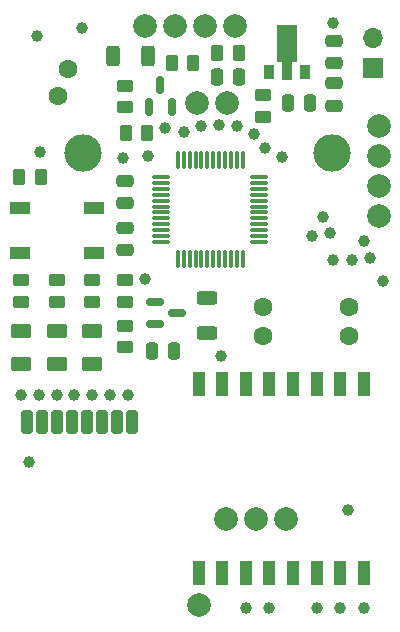
<source format=gts>
%TF.GenerationSoftware,KiCad,Pcbnew,6.0.11-2627ca5db0~126~ubuntu22.04.1*%
%TF.CreationDate,2023-02-10T03:37:06+05:30*%
%TF.ProjectId,thermal_sampler,74686572-6d61-46c5-9f73-616d706c6572,rev?*%
%TF.SameCoordinates,Original*%
%TF.FileFunction,Soldermask,Top*%
%TF.FilePolarity,Negative*%
%FSLAX46Y46*%
G04 Gerber Fmt 4.6, Leading zero omitted, Abs format (unit mm)*
G04 Created by KiCad (PCBNEW 6.0.11-2627ca5db0~126~ubuntu22.04.1) date 2023-02-10 03:37:06*
%MOMM*%
%LPD*%
G01*
G04 APERTURE LIST*
G04 Aperture macros list*
%AMRoundRect*
0 Rectangle with rounded corners*
0 $1 Rounding radius*
0 $2 $3 $4 $5 $6 $7 $8 $9 X,Y pos of 4 corners*
0 Add a 4 corners polygon primitive as box body*
4,1,4,$2,$3,$4,$5,$6,$7,$8,$9,$2,$3,0*
0 Add four circle primitives for the rounded corners*
1,1,$1+$1,$2,$3*
1,1,$1+$1,$4,$5*
1,1,$1+$1,$6,$7*
1,1,$1+$1,$8,$9*
0 Add four rect primitives between the rounded corners*
20,1,$1+$1,$2,$3,$4,$5,0*
20,1,$1+$1,$4,$5,$6,$7,0*
20,1,$1+$1,$6,$7,$8,$9,0*
20,1,$1+$1,$8,$9,$2,$3,0*%
%AMFreePoly0*
4,1,9,3.862500,-0.866500,0.737500,-0.866500,0.737500,-0.450000,-0.737500,-0.450000,-0.737500,0.450000,0.737500,0.450000,0.737500,0.866500,3.862500,0.866500,3.862500,-0.866500,3.862500,-0.866500,$1*%
G04 Aperture macros list end*
%ADD10C,1.000000*%
%ADD11C,2.000000*%
%ADD12R,0.900000X1.300000*%
%ADD13FreePoly0,90.000000*%
%ADD14RoundRect,0.250000X-0.450000X0.262500X-0.450000X-0.262500X0.450000X-0.262500X0.450000X0.262500X0*%
%ADD15C,1.600000*%
%ADD16R,1.700000X1.700000*%
%ADD17O,1.700000X1.700000*%
%ADD18RoundRect,0.250000X0.250000X0.475000X-0.250000X0.475000X-0.250000X-0.475000X0.250000X-0.475000X0*%
%ADD19RoundRect,0.250000X-0.625000X0.312500X-0.625000X-0.312500X0.625000X-0.312500X0.625000X0.312500X0*%
%ADD20RoundRect,0.150000X-0.587500X-0.150000X0.587500X-0.150000X0.587500X0.150000X-0.587500X0.150000X0*%
%ADD21RoundRect,0.250000X0.450000X-0.262500X0.450000X0.262500X-0.450000X0.262500X-0.450000X-0.262500X0*%
%ADD22RoundRect,0.250000X0.475000X-0.250000X0.475000X0.250000X-0.475000X0.250000X-0.475000X-0.250000X0*%
%ADD23RoundRect,0.150000X0.150000X-0.587500X0.150000X0.587500X-0.150000X0.587500X-0.150000X-0.587500X0*%
%ADD24RoundRect,0.250000X-0.625000X0.375000X-0.625000X-0.375000X0.625000X-0.375000X0.625000X0.375000X0*%
%ADD25RoundRect,0.250000X-0.312500X-0.625000X0.312500X-0.625000X0.312500X0.625000X-0.312500X0.625000X0*%
%ADD26RoundRect,0.075000X-0.662500X-0.075000X0.662500X-0.075000X0.662500X0.075000X-0.662500X0.075000X0*%
%ADD27RoundRect,0.075000X-0.075000X-0.662500X0.075000X-0.662500X0.075000X0.662500X-0.075000X0.662500X0*%
%ADD28RoundRect,0.250000X-0.250000X-0.475000X0.250000X-0.475000X0.250000X0.475000X-0.250000X0.475000X0*%
%ADD29RoundRect,0.250000X-0.262500X-0.450000X0.262500X-0.450000X0.262500X0.450000X-0.262500X0.450000X0*%
%ADD30RoundRect,0.250000X0.250000X0.750000X-0.250000X0.750000X-0.250000X-0.750000X0.250000X-0.750000X0*%
%ADD31R,1.000000X2.000000*%
%ADD32R,1.700000X1.000000*%
%ADD33RoundRect,0.250000X0.262500X0.450000X-0.262500X0.450000X-0.262500X-0.450000X0.262500X-0.450000X0*%
%ADD34RoundRect,0.250000X-0.475000X0.250000X-0.475000X-0.250000X0.475000X-0.250000X0.475000X0.250000X0*%
%ADD35C,3.175000*%
G04 APERTURE END LIST*
D10*
%TO.C,TP1*%
X167400000Y-123240000D03*
%TD*%
%TO.C,TP28*%
X156230000Y-131940000D03*
%TD*%
%TO.C,TP29*%
X157750000Y-131880000D03*
%TD*%
%TO.C,TP49*%
X157881639Y-151414552D03*
%TD*%
D11*
%TO.C,J5*%
X158330000Y-165230000D03*
X160870000Y-165230000D03*
X163410000Y-165230000D03*
%TD*%
D10*
%TO.C,TP37*%
X170010000Y-141640000D03*
%TD*%
%TO.C,TP42*%
X167147301Y-141004064D03*
%TD*%
%TO.C,TP43*%
X165597875Y-141223050D03*
%TD*%
%TO.C,TP59*%
X145500000Y-154750000D03*
%TD*%
%TO.C,TP58*%
X144000000Y-154750000D03*
%TD*%
D12*
%TO.C,U1*%
X162000000Y-127375000D03*
D13*
X163500000Y-127287500D03*
D12*
X165000000Y-127375000D03*
%TD*%
D14*
%TO.C,R13*%
X161500000Y-129337500D03*
X161500000Y-131162500D03*
%TD*%
D15*
%TO.C,C4*%
X168750000Y-147250000D03*
X168750000Y-149750000D03*
%TD*%
D16*
%TO.C,J2*%
X170750000Y-127000000D03*
D17*
X170750000Y-124460000D03*
%TD*%
D18*
%TO.C,C7*%
X153950000Y-151000000D03*
X152050000Y-151000000D03*
%TD*%
D19*
%TO.C,R7*%
X156750000Y-146537500D03*
X156750000Y-149462500D03*
%TD*%
D20*
%TO.C,Q1*%
X152312500Y-146800000D03*
X152312500Y-148700000D03*
X154187500Y-147750000D03*
%TD*%
D10*
%TO.C,TP47*%
X151510745Y-144875147D03*
%TD*%
%TO.C,TP50*%
X162000000Y-172750000D03*
%TD*%
%TO.C,TP51*%
X160000000Y-172750000D03*
%TD*%
D21*
%TO.C,R11*%
X149814102Y-130337394D03*
X149814102Y-128512394D03*
%TD*%
D22*
%TO.C,C5*%
X149750000Y-142450000D03*
X149750000Y-140550000D03*
%TD*%
D11*
%TO.C,J6*%
X151460000Y-123500000D03*
X154000000Y-123500000D03*
X156540000Y-123500000D03*
X159080000Y-123500000D03*
%TD*%
D15*
%TO.C,C8*%
X161500000Y-147250000D03*
X161500000Y-149750000D03*
%TD*%
D14*
%TO.C,R3*%
X147000000Y-145000000D03*
X147000000Y-146825000D03*
%TD*%
D10*
%TO.C,TP45*%
X148500000Y-154750000D03*
%TD*%
%TO.C,TP36*%
X163110000Y-134580000D03*
%TD*%
%TO.C,TP38*%
X170516242Y-143132158D03*
%TD*%
%TO.C,TP10*%
X141690000Y-160390000D03*
%TD*%
%TO.C,TP57*%
X142500000Y-154750000D03*
%TD*%
%TO.C,TP39*%
X168959117Y-143239234D03*
%TD*%
D23*
%TO.C,Q2*%
X151817220Y-130333213D03*
X153717220Y-130333213D03*
X152767220Y-128458213D03*
%TD*%
D18*
%TO.C,C2*%
X165450000Y-130000000D03*
X163550000Y-130000000D03*
%TD*%
D14*
%TO.C,R6*%
X149750000Y-148837500D03*
X149750000Y-150662500D03*
%TD*%
D10*
%TO.C,TP46*%
X141000000Y-154750000D03*
%TD*%
%TO.C,TP48*%
X150000000Y-154750000D03*
%TD*%
D11*
%TO.C,J4*%
X156000000Y-172500000D03*
%TD*%
D24*
%TO.C,D2*%
X147000000Y-149262500D03*
X147000000Y-152062500D03*
%TD*%
D25*
%TO.C,R12*%
X148787500Y-126000000D03*
X151712500Y-126000000D03*
%TD*%
D26*
%TO.C,U2*%
X152837500Y-136250000D03*
X152837500Y-136750000D03*
X152837500Y-137250000D03*
X152837500Y-137750000D03*
X152837500Y-138250000D03*
X152837500Y-138750000D03*
X152837500Y-139250000D03*
X152837500Y-139750000D03*
X152837500Y-140250000D03*
X152837500Y-140750000D03*
X152837500Y-141250000D03*
X152837500Y-141750000D03*
D27*
X154250000Y-143162500D03*
X154750000Y-143162500D03*
X155250000Y-143162500D03*
X155750000Y-143162500D03*
X156250000Y-143162500D03*
X156750000Y-143162500D03*
X157250000Y-143162500D03*
X157750000Y-143162500D03*
X158250000Y-143162500D03*
X158750000Y-143162500D03*
X159250000Y-143162500D03*
X159750000Y-143162500D03*
D26*
X161162500Y-141750000D03*
X161162500Y-141250000D03*
X161162500Y-140750000D03*
X161162500Y-140250000D03*
X161162500Y-139750000D03*
X161162500Y-139250000D03*
X161162500Y-138750000D03*
X161162500Y-138250000D03*
X161162500Y-137750000D03*
X161162500Y-137250000D03*
X161162500Y-136750000D03*
X161162500Y-136250000D03*
D27*
X159750000Y-134837500D03*
X159250000Y-134837500D03*
X158750000Y-134837500D03*
X158250000Y-134837500D03*
X157750000Y-134837500D03*
X157250000Y-134837500D03*
X156750000Y-134837500D03*
X156250000Y-134837500D03*
X155750000Y-134837500D03*
X155250000Y-134837500D03*
X154750000Y-134837500D03*
X154250000Y-134837500D03*
%TD*%
D10*
%TO.C,TP61*%
X151750000Y-134500000D03*
%TD*%
%TO.C,TP41*%
X166516991Y-139600574D03*
%TD*%
D21*
%TO.C,R5*%
X149750000Y-146825000D03*
X149750000Y-145000000D03*
%TD*%
D14*
%TO.C,R2*%
X144000000Y-145000000D03*
X144000000Y-146825000D03*
%TD*%
D28*
%TO.C,C9*%
X157552902Y-127815186D03*
X159452902Y-127815186D03*
%TD*%
D22*
%TO.C,C6*%
X149750000Y-138450000D03*
X149750000Y-136550000D03*
%TD*%
D29*
%TO.C,R1*%
X140837500Y-136250000D03*
X142662500Y-136250000D03*
%TD*%
D10*
%TO.C,TP9*%
X146100000Y-123600000D03*
%TD*%
D30*
%TO.C,U3*%
X150400000Y-157000000D03*
X149130000Y-157000000D03*
X147860000Y-157000000D03*
X146590000Y-157000000D03*
X145320000Y-157000000D03*
X144050000Y-157000000D03*
X142780000Y-157000000D03*
X141510000Y-157000000D03*
%TD*%
D24*
%TO.C,D1*%
X144000000Y-149262500D03*
X144000000Y-152062500D03*
%TD*%
D11*
%TO.C,J7*%
X158374190Y-130000000D03*
X155834190Y-130000000D03*
%TD*%
D29*
%TO.C,R9*%
X157587500Y-125750000D03*
X159412500Y-125750000D03*
%TD*%
D10*
%TO.C,TP19*%
X149602658Y-134613853D03*
%TD*%
%TO.C,TP26*%
X153190612Y-132091864D03*
%TD*%
D31*
%TO.C,U4*%
X170000000Y-153750000D03*
X168000000Y-153750000D03*
X166000000Y-153750000D03*
X164000000Y-153750000D03*
X162000000Y-153750000D03*
X160000000Y-153750000D03*
X158000000Y-153750000D03*
X156000000Y-153750000D03*
X156000000Y-169750000D03*
X158000000Y-169750000D03*
X160000000Y-169750000D03*
X162000000Y-169750000D03*
X164000000Y-169750000D03*
X166000000Y-169750000D03*
X168000000Y-169750000D03*
X170000000Y-169750000D03*
%TD*%
D11*
%TO.C,J3*%
X171250000Y-139560000D03*
X171250000Y-137020000D03*
X171250000Y-134480000D03*
X171250000Y-131940000D03*
%TD*%
D10*
%TO.C,TP40*%
X167408313Y-143295525D03*
%TD*%
%TO.C,TP12*%
X171620000Y-145040000D03*
%TD*%
D32*
%TO.C,SW1*%
X147150000Y-138850000D03*
X140850000Y-138850000D03*
X140850000Y-142650000D03*
X147150000Y-142650000D03*
%TD*%
D10*
%TO.C,TP44*%
X147000000Y-154750000D03*
%TD*%
D24*
%TO.C,D3*%
X141000000Y-149262500D03*
X141000000Y-152062500D03*
%TD*%
D33*
%TO.C,R8*%
X153737500Y-126580000D03*
X155562500Y-126580000D03*
%TD*%
D34*
%TO.C,C1*%
X167500000Y-124725000D03*
X167500000Y-126625000D03*
%TD*%
D10*
%TO.C,TP52*%
X170000000Y-172750000D03*
%TD*%
%TO.C,TP53*%
X168000000Y-172750000D03*
%TD*%
%TO.C,TP35*%
X161650000Y-133800000D03*
%TD*%
D29*
%TO.C,R10*%
X149837500Y-132488900D03*
X151662500Y-132488900D03*
%TD*%
D10*
%TO.C,TP13*%
X142304403Y-124342901D03*
%TD*%
D15*
%TO.C,C10*%
X144927525Y-127075384D03*
X144072475Y-129424616D03*
%TD*%
D10*
%TO.C,TP54*%
X166000000Y-172750000D03*
%TD*%
%TO.C,TP27*%
X154760000Y-132480000D03*
%TD*%
%TO.C,TP14*%
X142578458Y-134164229D03*
%TD*%
D22*
%TO.C,C3*%
X167500000Y-130200000D03*
X167500000Y-128300000D03*
%TD*%
D14*
%TO.C,R4*%
X141000000Y-145000000D03*
X141000000Y-146825000D03*
%TD*%
D10*
%TO.C,TP11*%
X168670000Y-164420000D03*
%TD*%
%TO.C,TP31*%
X160658682Y-132580539D03*
%TD*%
%TO.C,TP30*%
X159260000Y-131970000D03*
%TD*%
D35*
%TO.C,J1*%
X167300000Y-134250000D03*
X146200000Y-134250000D03*
%TD*%
M02*

</source>
